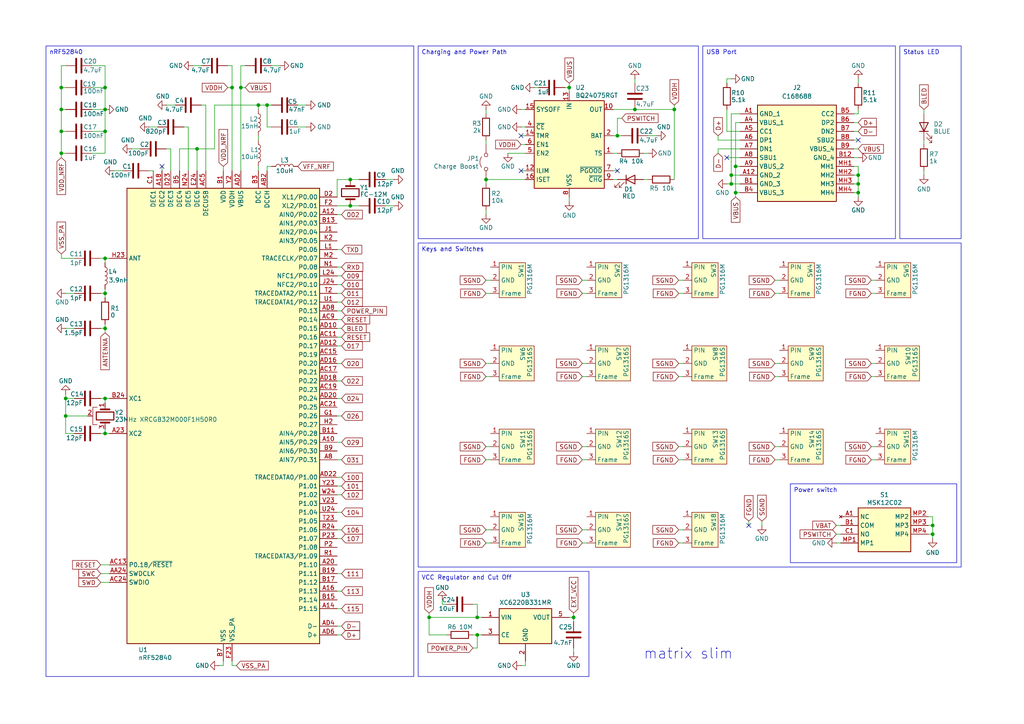
<source format=kicad_sch>
(kicad_sch (version 20231120) (generator "eeschema") (generator_version "8.0")
  (paper "A4")
  (junction (at 30.48 85.09))
  (junction (at 184.15 31.75))
  (junction (at 213.36 55.88))
  (junction (at 30.48 31.75))
  (junction (at 19.05 115.57))
  (junction (at 195.58 31.75))
  (junction (at 212.09 53.34))
  (junction (at 270.51 154.94))
  (junction (at 30.48 115.57))
  (junction (at 270.51 152.4))
  (junction (at 67.31 25.4))
  (junction (at 248.92 55.88))
  (junction (at 166.37 179.07))
  (junction (at 140.97 52.07))
  (junction (at 212.09 50.8))
  (junction (at 69.85 25.4))
  (junction (at 30.48 38.1))
  (junction (at 101.6 52.07))
  (junction (at 30.48 74.93))
  (junction (at 74.93 30.48))
  (junction (at 213.36 48.26))
  (junction (at 124.46 179.07))
  (junction (at 57.15 43.18))
  (junction (at 19.05 120.65))
  (junction (at 138.43 179.07))
  (junction (at 17.78 38.1))
  (junction (at 179.07 39.37))
  (junction (at 17.78 31.75))
  (junction (at 17.78 25.4))
  (junction (at 138.43 184.15))
  (junction (at 101.6 59.69))
  (junction (at 30.48 95.25))
  (junction (at 77.47 30.48))
  (junction (at 248.92 50.8))
  (junction (at 30.48 25.4))
  (junction (at 165.1 25.4))
  (junction (at 30.48 125.73))
  (junction (at 248.92 53.34))
  (junction (at 17.78 44.45))
  (no_connect (at 217.17 152.4))
  (no_connect (at 151.13 49.53))
  (no_connect (at 179.07 49.53))
  (no_connect (at 210.82 45.72))
  (no_connect (at 151.13 39.37))
  (no_connect (at 46.99 48.26))
  (no_connect (at 248.92 40.64))
  (wire (pts (xy 166.37 187.96) (xy 166.37 189.23)))
  (wire (pts (xy 29.21 115.57) (xy 30.48 115.57)))
  (wire (pts (xy 184.15 31.75) (xy 195.58 31.75)))
  (wire (pts (xy 78.74 30.48) (xy 77.47 30.48)))
  (wire (pts (xy 99.06 153.67) (xy 97.79 153.67)))
  (wire (pts (xy 30.48 38.1) (xy 30.48 44.45)))
  (wire (pts (xy 19.05 38.1) (xy 17.78 38.1)))
  (wire (pts (xy 49.53 43.18) (xy 49.53 49.53)))
  (wire (pts (xy 267.97 49.53) (xy 267.97 50.8)))
  (wire (pts (xy 30.48 115.57) (xy 31.75 115.57)))
  (wire (pts (xy 166.37 179.07) (xy 166.37 180.34)))
  (wire (pts (xy 179.07 34.29) (xy 179.07 39.37)))
  (wire (pts (xy 138.43 175.26) (xy 138.43 179.07)))
  (wire (pts (xy 68.58 193.04) (xy 67.31 193.04)))
  (wire (pts (xy 62.23 30.48) (xy 74.93 30.48)))
  (wire (pts (xy 78.74 48.26) (xy 77.47 48.26)))
  (wire (pts (xy 140.97 31.75) (xy 140.97 33.02)))
  (wire (pts (xy 26.67 31.75) (xy 30.48 31.75)))
  (wire (pts (xy 198.12 81.28) (xy 196.85 81.28)))
  (wire (pts (xy 187.96 39.37) (xy 190.5 39.37)))
  (wire (pts (xy 57.15 43.18) (xy 62.23 43.18)))
  (wire (pts (xy 17.78 19.05) (xy 17.78 25.4)))
  (wire (pts (xy 208.28 39.37) (xy 208.28 40.64)))
  (wire (pts (xy 78.74 36.83) (xy 77.47 36.83)))
  (wire (pts (xy 242.57 152.4) (xy 243.84 152.4)))
  (wire (pts (xy 247.65 38.1) (xy 248.92 38.1)))
  (wire (pts (xy 101.6 59.69) (xy 104.14 59.69)))
  (wire (pts (xy 217.17 151.13) (xy 217.17 152.4)))
  (wire (pts (xy 179.07 39.37) (xy 180.34 39.37)))
  (wire (pts (xy 29.21 163.83) (xy 31.75 163.83)))
  (wire (pts (xy 99.06 100.33) (xy 97.79 100.33)))
  (wire (pts (xy 248.92 22.86) (xy 248.92 24.13)))
  (wire (pts (xy 64.77 193.04) (xy 63.5 193.04)))
  (wire (pts (xy 88.9 36.83) (xy 86.36 36.83)))
  (wire (pts (xy 270.51 149.86) (xy 270.51 152.4)))
  (wire (pts (xy 19.05 95.25) (xy 21.59 95.25)))
  (wire (pts (xy 29.21 95.25) (xy 30.48 95.25)))
  (wire (pts (xy 267.97 31.75) (xy 267.97 33.02)))
  (wire (pts (xy 30.48 31.75) (xy 30.48 38.1)))
  (wire (pts (xy 69.85 25.4) (xy 69.85 49.53)))
  (wire (pts (xy 99.06 133.35) (xy 97.79 133.35)))
  (wire (pts (xy 129.54 175.26) (xy 128.27 175.26)))
  (wire (pts (xy 99.06 138.43) (xy 97.79 138.43)))
  (wire (pts (xy 186.69 44.45) (xy 187.96 44.45)))
  (wire (pts (xy 213.36 55.88) (xy 214.63 55.88)))
  (wire (pts (xy 142.24 129.54) (xy 140.97 129.54)))
  (wire (pts (xy 19.05 31.75) (xy 17.78 31.75)))
  (wire (pts (xy 213.36 48.26) (xy 213.36 55.88)))
  (wire (pts (xy 48.26 30.48) (xy 50.8 30.48)))
  (wire (pts (xy 165.1 25.4) (xy 165.1 26.67)))
  (wire (pts (xy 212.09 50.8) (xy 214.63 50.8)))
  (wire (pts (xy 97.79 52.07) (xy 101.6 52.07)))
  (wire (pts (xy 151.13 49.53) (xy 152.4 49.53)))
  (wire (pts (xy 99.06 77.47) (xy 97.79 77.47)))
  (wire (pts (xy 67.31 19.05) (xy 67.31 25.4)))
  (wire (pts (xy 247.65 55.88) (xy 248.92 55.88)))
  (wire (pts (xy 59.69 30.48) (xy 58.42 30.48)))
  (wire (pts (xy 30.48 125.73) (xy 31.75 125.73)))
  (wire (pts (xy 170.18 85.09) (xy 168.91 85.09)))
  (wire (pts (xy 99.06 181.61) (xy 97.79 181.61)))
  (wire (pts (xy 19.05 125.73) (xy 21.59 125.73)))
  (wire (pts (xy 269.24 149.86) (xy 270.51 149.86)))
  (wire (pts (xy 152.4 193.04) (xy 152.4 191.77)))
  (wire (pts (xy 177.8 49.53) (xy 179.07 49.53)))
  (wire (pts (xy 142.24 81.28) (xy 140.97 81.28)))
  (wire (pts (xy 210.82 31.75) (xy 210.82 38.1)))
  (wire (pts (xy 186.69 52.07) (xy 187.96 52.07)))
  (wire (pts (xy 99.06 62.23) (xy 97.79 62.23)))
  (wire (pts (xy 198.12 153.67) (xy 196.85 153.67)))
  (wire (pts (xy 99.06 97.79) (xy 97.79 97.79)))
  (wire (pts (xy 170.18 153.67) (xy 168.91 153.67)))
  (wire (pts (xy 226.06 109.22) (xy 224.79 109.22)))
  (wire (pts (xy 165.1 179.07) (xy 166.37 179.07)))
  (wire (pts (xy 170.18 133.35) (xy 168.91 133.35)))
  (wire (pts (xy 30.48 95.25) (xy 30.48 93.98)))
  (wire (pts (xy 142.24 133.35) (xy 140.97 133.35)))
  (wire (pts (xy 248.92 33.02) (xy 247.65 33.02)))
  (wire (pts (xy 30.48 44.45) (xy 26.67 44.45)))
  (wire (pts (xy 248.92 48.26) (xy 248.92 50.8)))
  (wire (pts (xy 30.48 95.25) (xy 30.48 96.52)))
  (wire (pts (xy 138.43 179.07) (xy 139.7 179.07)))
  (wire (pts (xy 147.32 44.45) (xy 152.4 44.45)))
  (wire (pts (xy 151.13 36.83) (xy 152.4 36.83)))
  (wire (pts (xy 77.47 48.26) (xy 77.47 49.53)))
  (wire (pts (xy 142.24 157.48) (xy 140.97 157.48)))
  (wire (pts (xy 170.18 105.41) (xy 168.91 105.41)))
  (wire (pts (xy 165.1 24.13) (xy 165.1 25.4)))
  (wire (pts (xy 67.31 193.04) (xy 67.31 191.77)))
  (wire (pts (xy 198.12 133.35) (xy 196.85 133.35)))
  (wire (pts (xy 210.82 38.1) (xy 214.63 38.1)))
  (wire (pts (xy 195.58 30.48) (xy 195.58 31.75)))
  (wire (pts (xy 208.28 43.18) (xy 214.63 43.18)))
  (wire (pts (xy 19.05 44.45) (xy 17.78 44.45)))
  (wire (pts (xy 64.77 48.26) (xy 64.77 49.53)))
  (wire (pts (xy 59.69 30.48) (xy 59.69 49.53)))
  (wire (pts (xy 254 133.35) (xy 252.73 133.35)))
  (wire (pts (xy 177.8 39.37) (xy 179.07 39.37)))
  (wire (pts (xy 62.23 30.48) (xy 62.23 43.18)))
  (wire (pts (xy 30.48 83.82) (xy 30.48 85.09)))
  (wire (pts (xy 66.04 25.4) (xy 67.31 25.4)))
  (wire (pts (xy 166.37 177.8) (xy 166.37 179.07)))
  (wire (pts (xy 99.06 176.53) (xy 97.79 176.53)))
  (wire (pts (xy 165.1 58.42) (xy 165.1 57.15)))
  (wire (pts (xy 213.36 48.26) (xy 214.63 48.26)))
  (wire (pts (xy 212.09 53.34) (xy 214.63 53.34)))
  (wire (pts (xy 138.43 184.15) (xy 139.7 184.15)))
  (wire (pts (xy 19.05 115.57) (xy 19.05 120.65)))
  (wire (pts (xy 214.63 33.02) (xy 212.09 33.02)))
  (wire (pts (xy 124.46 177.8) (xy 124.46 179.07)))
  (wire (pts (xy 33.02 49.53) (xy 35.56 49.53)))
  (wire (pts (xy 77.47 36.83) (xy 77.47 30.48)))
  (wire (pts (xy 74.93 30.48) (xy 77.47 30.48)))
  (wire (pts (xy 29.21 125.73) (xy 30.48 125.73)))
  (wire (pts (xy 43.18 36.83) (xy 45.72 36.83)))
  (wire (pts (xy 30.48 74.93) (xy 31.75 74.93)))
  (wire (pts (xy 212.09 33.02) (xy 212.09 50.8)))
  (wire (pts (xy 19.05 115.57) (xy 21.59 115.57)))
  (wire (pts (xy 184.15 22.86) (xy 184.15 24.13)))
  (wire (pts (xy 19.05 120.65) (xy 25.4 120.65)))
  (wire (pts (xy 19.05 120.65) (xy 19.05 125.73)))
  (wire (pts (xy 19.05 85.09) (xy 21.59 85.09)))
  (wire (pts (xy 242.57 154.94) (xy 243.84 154.94)))
  (wire (pts (xy 213.36 35.56) (xy 213.36 48.26)))
  (wire (pts (xy 269.24 152.4) (xy 270.51 152.4)))
  (wire (pts (xy 137.16 187.96) (xy 138.43 187.96)))
  (wire (pts (xy 177.8 31.75) (xy 184.15 31.75)))
  (wire (pts (xy 128.27 175.26) (xy 128.27 173.99)))
  (wire (pts (xy 208.28 40.64) (xy 214.63 40.64)))
  (wire (pts (xy 81.28 19.05) (xy 78.74 19.05)))
  (wire (pts (xy 54.61 36.83) (xy 53.34 36.83)))
  (wire (pts (xy 142.24 153.67) (xy 140.97 153.67)))
  (wire (pts (xy 69.85 19.05) (xy 71.12 19.05)))
  (wire (pts (xy 247.65 45.72) (xy 248.92 45.72)))
  (wire (pts (xy 270.51 152.4) (xy 270.51 154.94)))
  (wire (pts (xy 99.06 95.25) (xy 97.79 95.25)))
  (wire (pts (xy 19.05 19.05) (xy 17.78 19.05)))
  (wire (pts (xy 254 105.41) (xy 252.73 105.41)))
  (wire (pts (xy 71.12 25.4) (xy 69.85 25.4)))
  (wire (pts (xy 270.51 154.94) (xy 269.24 154.94)))
  (wire (pts (xy 17.78 25.4) (xy 17.78 31.75)))
  (wire (pts (xy 99.06 143.51) (xy 97.79 143.51)))
  (wire (pts (xy 74.93 48.26) (xy 74.93 49.53)))
  (wire (pts (xy 140.97 52.07) (xy 152.4 52.07)))
  (wire (pts (xy 198.12 109.22) (xy 196.85 109.22)))
  (wire (pts (xy 210.82 45.72) (xy 214.63 45.72)))
  (wire (pts (xy 154.94 25.4) (xy 156.21 25.4)))
  (wire (pts (xy 26.67 38.1) (xy 30.48 38.1)))
  (wire (pts (xy 99.06 82.55) (xy 97.79 82.55)))
  (wire (pts (xy 137.16 184.15) (xy 138.43 184.15)))
  (wire (pts (xy 247.65 43.18) (xy 248.92 43.18)))
  (wire (pts (xy 226.06 85.09) (xy 224.79 85.09)))
  (wire (pts (xy 97.79 57.15) (xy 97.79 52.07)))
  (wire (pts (xy 19.05 114.3) (xy 19.05 115.57)))
  (wire (pts (xy 210.82 53.34) (xy 212.09 53.34)))
  (wire (pts (xy 43.18 49.53) (xy 44.45 49.53)))
  (wire (pts (xy 30.48 19.05) (xy 30.48 25.4)))
  (wire (pts (xy 17.78 38.1) (xy 17.78 44.45)))
  (wire (pts (xy 140.97 53.34) (xy 140.97 52.07)))
  (wire (pts (xy 198.12 105.41) (xy 196.85 105.41)))
  (wire (pts (xy 247.65 35.56) (xy 248.92 35.56)))
  (wire (pts (xy 30.48 124.46) (xy 30.48 125.73)))
  (wire (pts (xy 30.48 115.57) (xy 30.48 116.84)))
  (wire (pts (xy 170.18 129.54) (xy 168.91 129.54)))
  (wire (pts (xy 19.05 25.4) (xy 17.78 25.4)))
  (wire (pts (xy 213.36 57.15) (xy 213.36 55.88)))
  (wire (pts (xy 226.06 129.54) (xy 224.79 129.54)))
  (wire (pts (xy 99.06 90.17) (xy 97.79 90.17)))
  (wire (pts (xy 254 109.22) (xy 252.73 109.22)))
  (wire (pts (xy 210.82 22.86) (xy 212.09 22.86)))
  (wire (pts (xy 254 85.09) (xy 252.73 85.09)))
  (wire (pts (xy 67.31 25.4) (xy 67.31 49.53)))
  (wire (pts (xy 69.85 19.05) (xy 69.85 25.4)))
  (wire (pts (xy 17.78 73.66) (xy 17.78 74.93)))
  (wire (pts (xy 177.8 52.07) (xy 179.07 52.07)))
  (wire (pts (xy 254 129.54) (xy 252.73 129.54)))
  (wire (pts (xy 30.48 76.2) (xy 30.48 74.93)))
  (wire (pts (xy 226.06 81.28) (xy 224.79 81.28)))
  (wire (pts (xy 97.79 59.69) (xy 101.6 59.69)))
  (wire (pts (xy 247.65 48.26) (xy 248.92 48.26)))
  (wire (pts (xy 212.09 50.8) (xy 212.09 53.34)))
  (wire (pts (xy 99.06 115.57) (xy 97.79 115.57)))
  (wire (pts (xy 54.61 36.83) (xy 54.61 49.53)))
  (wire (pts (xy 99.06 140.97) (xy 97.79 140.97)))
  (wire (pts (xy 30.48 25.4) (xy 30.48 31.75)))
  (wire (pts (xy 67.31 19.05) (xy 66.04 19.05)))
  (wire (pts (xy 64.77 191.77) (xy 64.77 193.04)))
  (wire (pts (xy 88.9 30.48) (xy 86.36 30.48)))
  (wire (pts (xy 180.34 34.29) (xy 179.07 34.29)))
  (wire (pts (xy 140.97 40.64) (xy 140.97 41.91)))
  (wire (pts (xy 138.43 175.26) (xy 137.16 175.26)))
  (wire (pts (xy 248.92 53.34) (xy 248.92 55.88)))
  (wire (pts (xy 99.06 128.27) (xy 97.79 128.27)))
  (wire (pts (xy 99.06 171.45) (xy 97.79 171.45)))
  (wire (pts (xy 99.06 72.39) (xy 97.79 72.39)))
  (wire (pts (xy 142.24 109.22) (xy 140.97 109.22)))
  (wire (pts (xy 198.12 129.54) (xy 196.85 129.54)))
  (wire (pts (xy 247.65 53.34) (xy 248.92 53.34)))
  (wire (pts (xy 29.21 168.91) (xy 31.75 168.91)))
  (wire (pts (xy 248.92 31.75) (xy 248.92 33.02)))
  (wire (pts (xy 57.15 43.18) (xy 57.15 49.53)))
  (wire (pts (xy 140.97 60.96) (xy 140.97 62.23)))
  (wire (pts (xy 74.93 39.37) (xy 74.93 40.64)))
  (wire (pts (xy 30.48 85.09) (xy 30.48 86.36)))
  (wire (pts (xy 124.46 184.15) (xy 124.46 179.07)))
  (wire (pts (xy 210.82 22.86) (xy 210.82 24.13)))
  (wire (pts (xy 151.13 31.75) (xy 152.4 31.75)))
  (wire (pts (xy 99.06 80.01) (xy 97.79 80.01)))
  (wire (pts (xy 17.78 74.93) (xy 21.59 74.93)))
  (wire (pts (xy 99.06 120.65) (xy 97.79 120.65)))
  (wire (pts (xy 114.3 52.07) (xy 111.76 52.07)))
  (wire (pts (xy 99.06 148.59) (xy 97.79 148.59)))
  (wire (pts (xy 99.06 85.09) (xy 97.79 85.09)))
  (wire (pts (xy 99.06 87.63) (xy 97.79 87.63)))
  (wire (pts (xy 151.13 41.91) (xy 152.4 41.91)))
  (wire (pts (xy 138.43 187.96) (xy 138.43 184.15)))
  (wire (pts (xy 49.53 43.18) (xy 48.26 43.18)))
  (wire (pts (xy 195.58 31.75) (xy 195.58 52.07)))
  (wire (pts (xy 142.24 105.41) (xy 140.97 105.41)))
  (wire (pts (xy 198.12 85.09) (xy 196.85 85.09)))
  (wire (pts (xy 52.07 43.18) (xy 57.15 43.18)))
  (wire (pts (xy 226.06 105.41) (xy 224.79 105.41)))
  (wire (pts (xy 170.18 109.22) (xy 168.91 109.22)))
  (wire (pts (xy 29.21 85.09) (xy 30.48 85.09)))
  (wire (pts (xy 254 81.28) (xy 252.73 81.28)))
  (wire (pts (xy 99.06 110.49) (xy 97.79 110.49)))
  (wire (pts (xy 242.57 157.48) (xy 243.84 157.48)))
  (wire (pts (xy 198.12 157.48) (xy 196.85 157.48)))
  (wire (pts (xy 74.93 30.48) (xy 74.93 31.75)))
  (wire (pts (xy 248.92 57.15) (xy 248.92 55.88)))
  (wire (pts (xy 267.97 40.64) (xy 267.97 41.91)))
  (wire (pts (xy 248.92 50.8) (xy 248.92 53.34)))
  (wire (pts (xy 247.65 40.64) (xy 248.92 40.64)))
  (wire (pts (xy 170.18 81.28) (xy 168.91 81.28)))
  (wire (pts (xy 152.4 193.04) (xy 151.13 193.04)))
  (wire (pts (xy 208.28 44.45) (xy 208.28 43.18)))
  (wire (pts (xy 114.3 59.69) (xy 111.76 59.69)))
  (wire (pts (xy 46.99 48.26) (xy 46.99 49.53)))
  (wire (pts (xy 99.06 184.15) (xy 97.79 184.15)))
  (wire (pts (xy 214.63 35.56) (xy 213.36 35.56)))
  (wire (pts (xy 17.78 44.45) (xy 17.78 45.72)))
  (wire (pts (xy 38.1 43.18) (xy 40.64 43.18)))
  (wire (pts (xy 270.51 154.94) (xy 270.51 156.21)))
  (wire (pts (xy 55.88 19.05) (xy 58.42 19.05)))
  (wire (pts (xy 220.98 151.13) (xy 220.98 152.4)))
  (wire (pts (xy 177.8 44.45) (xy 179.07 44.45)))
  (wire (pts (xy 99.06 92.71) (xy 97.79 92.71)))
  (wire (pts (xy 29.21 74.93) (xy 30.48 74.93)))
  (wire (pts (xy 247.65 50.8) (xy 248.92 50.8)))
  (wire (pts (xy 129.54 184.15) (xy 124.46 184.15)))
  (wire (pts (xy 99.06 166.37) (xy 97.79 166.37)))
  (wire (pts (xy 151.13 39.37) (xy 152.4 39.37)))
  (wire (pts (xy 142.24 85.09) (xy 140.97 85.09)))
  (wire (pts (xy 26.67 25.4) (xy 30.48 25.4)))
  (wire (pts (xy 124.46 179.07) (xy 138.43 179.07)))
  (wire (pts (xy 104.14 52.07) (xy 101.6 52.07)))
  (wire (pts (xy 29.21 166.37) (xy 31.75 166.37)))
  (wire (pts (xy 30.48 19.05) (xy 26.67 19.05)))
  (wire (pts (xy 170.18 157.48) (xy 168.91 157.48)))
  (wire (pts (xy 226.06 133.35) (xy 224.79 133.35)))
  (wire (pts (xy 52.07 43.18) (xy 52.07 49.53)))
  (wire (pts (xy 99.06 105.41) (xy 97.79 105.41)))
  (wire (pts (xy 163.83 25.4) (xy 165.1 25.4)))
  (wire (pts (xy 17.78 31.75) (xy 17.78 38.1)))
  (wire (pts (xy 99.06 156.21) (xy 97.79 156.21)))
  (text_box "Power switch" (at 229.235 140.335 0) (size 48.26 22.86) (effects (font (size 1.27 1.27)) (justify left top)))
  (text_box "VCC Regulator and Cut Off" (at 121.285 165.735 0) (size 49.53 30.48) (effects (font (size 1.27 1.27)) (justify left top)))
  (text_box "Status LED" (at 260.985 13.335 0) (size 17.78 55.88) (effects (font (size 1.27 1.27)) (justify left top)))
  (text_box "nRF52840" (at 13.335 13.335 0) (size 106.68 182.88) (effects (font (size 1.27 1.27)) (justify left top)))
  (text_box "Charging and Power Path" (at 121.285 13.335 0) (size 81.28 55.88) (effects (font (size 1.27 1.27)) (justify left top)))
  (text_box "Keys and Switches" (at 121.285 70.485 0) (size 157.48 93.98) (effects (font (size 1.27 1.27)) (justify left top)))
  (text_box "USB Port" (at 203.835 13.335 0) (size 55.88 55.88) (effects (font (size 1.27 1.27)) (justify left top)))
  (text "matrix slim" (at 199.644 189.738 0) (effects (font (size 3 3))))
  (global_label "106" (shape input) (at 99.06 153.67 0) (property "Intersheetrefs" "${INTERSHEET_REFS}" (effects (hide yes))))
  (global_label "FGND" (shape input) (at 168.91 109.22 180) (property "Intersheetrefs" "${INTERSHEET_REFS}" (effects (hide yes))))
  (global_label "SGND" (shape input) (at 140.97 81.28 180) (property "Intersheetrefs" "${INTERSHEET_REFS}" (effects (hide yes))))
  (global_label "ANTENNA" (shape input) (at 30.48 96.52 270) (property "Intersheetrefs" "${INTERSHEET_REFS}" (effects (hide yes))))
  (global_label "RESET" (shape input) (at 99.06 97.79 0) (property "Intersheetrefs" "${INTERSHEET_REFS}" (effects (hide yes))))
  (global_label "VBUS" (shape input) (at 71.12 25.4 0) (property "Intersheetrefs" "${INTERSHEET_REFS}" (effects (hide yes))))
  (global_label "SGND" (shape input) (at 224.79 129.54 180) (property "Intersheetrefs" "${INTERSHEET_REFS}" (effects (hide yes))))
  (global_label "SGND" (shape input) (at 140.97 105.41 180) (property "Intersheetrefs" "${INTERSHEET_REFS}" (effects (hide yes))))
  (global_label "029" (shape input) (at 99.06 128.27 0) (property "Intersheetrefs" "${INTERSHEET_REFS}" (effects (hide yes))))
  (global_label "022" (shape input) (at 99.06 110.49 0) (property "Intersheetrefs" "${INTERSHEET_REFS}" (effects (hide yes))))
  (global_label "FGND" (shape input) (at 224.79 133.35 180) (property "Intersheetrefs" "${INTERSHEET_REFS}" (effects (hide yes))))
  (global_label "102" (shape input) (at 99.06 143.51 0) (property "Intersheetrefs" "${INTERSHEET_REFS}" (effects (hide yes))))
  (global_label "SGND" (shape input) (at 168.91 153.67 180) (property "Intersheetrefs" "${INTERSHEET_REFS}" (effects (hide yes))))
  (global_label "VBUS" (shape input) (at 248.92 43.18 0) (property "Intersheetrefs" "${INTERSHEET_REFS}" (effects (hide yes))))
  (global_label "100" (shape input) (at 99.06 138.43 0) (property "Intersheetrefs" "${INTERSHEET_REFS}" (effects (hide yes))))
  (global_label "017" (shape input) (at 99.06 100.33 0) (property "Intersheetrefs" "${INTERSHEET_REFS}" (effects (hide yes))))
  (global_label "101" (shape input) (at 99.06 140.97 0) (property "Intersheetrefs" "${INTERSHEET_REFS}" (effects (hide yes))))
  (global_label "BLED" (shape input) (at 99.06 95.25 0) (property "Intersheetrefs" "${INTERSHEET_REFS}" (effects (hide yes))))
  (global_label "VDD_NRF" (shape input) (at 64.77 48.26 90) (property "Intersheetrefs" "${INTERSHEET_REFS}" (effects (hide yes))))
  (global_label "SGND" (shape input) (at 196.85 153.67 180) (property "Intersheetrefs" "${INTERSHEET_REFS}" (effects (hide yes))))
  (global_label "SGND" (shape input) (at 140.97 129.54 180) (property "Intersheetrefs" "${INTERSHEET_REFS}" (effects (hide yes))))
  (global_label "VDDH" (shape input) (at 66.04 25.4 180) (property "Intersheetrefs" "${INTERSHEET_REFS}" (effects (hide yes))))
  (global_label "FGND" (shape input) (at 168.91 157.48 180) (property "Intersheetrefs" "${INTERSHEET_REFS}" (effects (hide yes))))
  (global_label "VDD_NRF" (shape input) (at 17.78 45.72 270) (property "Intersheetrefs" "${INTERSHEET_REFS}" (effects (hide yes))))
  (global_label "SGND" (shape input) (at 196.85 105.41 180) (property "Intersheetrefs" "${INTERSHEET_REFS}" (effects (hide yes))))
  (global_label "RXD" (shape input) (at 99.06 77.47 0) (property "Intersheetrefs" "${INTERSHEET_REFS}" (effects (hide yes))))
  (global_label "RESET" (shape input) (at 99.06 92.71 0) (property "Intersheetrefs" "${INTERSHEET_REFS}" (effects (hide yes))))
  (global_label "VDDH" (shape input) (at 151.13 41.91 180) (property "Intersheetrefs" "${INTERSHEET_REFS}" (effects (hide yes))))
  (global_label "D-" (shape input) (at 248.92 38.1 0) (property "Intersheetrefs" "${INTERSHEET_REFS}" (effects (hide yes))))
  (global_label "VFF_NRF" (shape input) (at 86.36 48.26 0) (property "Intersheetrefs" "${INTERSHEET_REFS}" (effects (hide yes))))
  (global_label "FGND" (shape input) (at 196.85 157.48 180) (property "Intersheetrefs" "${INTERSHEET_REFS}" (effects (hide yes))))
  (global_label "SWD" (shape input) (at 29.21 168.91 180) (property "Intersheetrefs" "${INTERSHEET_REFS}" (effects (hide yes))))
  (global_label "D-" (shape input) (at 208.28 44.45 270) (property "Intersheetrefs" "${INTERSHEET_REFS}" (effects (hide yes))))
  (global_label "PSWITCH" (shape input) (at 180.34 34.29 0) (property "Intersheetrefs" "${INTERSHEET_REFS}" (effects (hide yes))))
  (global_label "FGND" (shape input) (at 252.73 109.22 180) (property "Intersheetrefs" "${INTERSHEET_REFS}" (effects (hide yes))))
  (global_label "011" (shape input) (at 99.06 85.09 0) (property "Intersheetrefs" "${INTERSHEET_REFS}" (effects (hide yes))))
  (global_label "FGND" (shape input) (at 224.79 85.09 180) (property "Intersheetrefs" "${INTERSHEET_REFS}" (effects (hide yes))))
  (global_label "FGND" (shape input) (at 196.85 133.35 180) (property "Intersheetrefs" "${INTERSHEET_REFS}" (effects (hide yes))))
  (global_label "FGND" (shape input) (at 140.97 157.48 180) (property "Intersheetrefs" "${INTERSHEET_REFS}" (effects (hide yes))))
  (global_label "VDDH" (shape input) (at 195.58 30.48 90) (property "Intersheetrefs" "${INTERSHEET_REFS}" (effects (hide yes))))
  (global_label "FGND" (shape input) (at 252.73 133.35 180) (property "Intersheetrefs" "${INTERSHEET_REFS}" (effects (hide yes))))
  (global_label "PSWITCH" (shape input) (at 242.57 154.94 180) (property "Intersheetrefs" "${INTERSHEET_REFS}" (effects (hide yes))))
  (global_label "SWC" (shape input) (at 29.21 166.37 180) (property "Intersheetrefs" "${INTERSHEET_REFS}" (effects (hide yes))))
  (global_label "FGND" (shape input) (at 196.85 85.09 180) (property "Intersheetrefs" "${INTERSHEET_REFS}" (effects (hide yes))))
  (global_label "FGND" (shape input) (at 168.91 85.09 180) (property "Intersheetrefs" "${INTERSHEET_REFS}" (effects (hide yes))))
  (global_label "EXT_VCC" (shape input) (at 166.37 177.8 90) (property "Intersheetrefs" "${INTERSHEET_REFS}" (effects (hide yes))))
  (global_label "010" (shape input) (at 99.06 82.55 0) (property "Intersheetrefs" "${INTERSHEET_REFS}" (effects (hide yes))))
  (global_label "VDDH" (shape input) (at 124.46 177.8 90) (property "Intersheetrefs" "${INTERSHEET_REFS}" (effects (hide yes))))
  (global_label "SGND" (shape input) (at 224.79 81.28 180) (property "Intersheetrefs" "${INTERSHEET_REFS}" (effects (hide yes))))
  (global_label "113" (shape input) (at 99.06 171.45 0) (property "Intersheetrefs" "${INTERSHEET_REFS}" (effects (hide yes))))
  (global_label "024" (shape input) (at 99.06 115.57 0) (property "Intersheetrefs" "${INTERSHEET_REFS}" (effects (hide yes))))
  (global_label "POWER_PIN" (shape input) (at 99.06 90.17 0) (property "Intersheetrefs" "${INTERSHEET_REFS}" (effects (hide yes))))
  (global_label "107" (shape input) (at 99.06 156.21 0) (property "Intersheetrefs" "${INTERSHEET_REFS}" (effects (hide yes))))
  (global_label "D-" (shape input) (at 99.06 181.61 0) (property "Intersheetrefs" "${INTERSHEET_REFS}" (effects (hide yes))))
  (global_label "009" (shape input) (at 99.06 80.01 0) (property "Intersheetrefs" "${INTERSHEET_REFS}" (effects (hide yes))))
  (global_label "D+" (shape input) (at 208.28 39.37 90) (property "Intersheetrefs" "${INTERSHEET_REFS}" (effects (hide yes))))
  (global_label "104" (shape input) (at 99.06 148.59 0) (property "Intersheetrefs" "${INTERSHEET_REFS}" (effects (hide yes))))
  (global_label "SGND" (shape input) (at 220.98 151.13 90) (property "Intersheetrefs" "${INTERSHEET_REFS}" (effects (hide yes))))
  (global_label "SGND" (shape input) (at 224.79 105.41 180) (property "Intersheetrefs" "${INTERSHEET_REFS}" (effects (hide yes))))
  (global_label "POWER_PIN" (shape input) (at 137.16 187.96 180) (property "Intersheetrefs" "${INTERSHEET_REFS}" (effects (hide yes))))
  (global_label "D+" (shape input) (at 99.06 184.15 0) (property "Intersheetrefs" "${INTERSHEET_REFS}" (effects (hide yes))))
  (global_label "SGND" (shape input) (at 168.91 105.41 180) (property "Intersheetrefs" "${INTERSHEET_REFS}" (effects (hide yes))))
  (global_label "FGND" (shape input) (at 140.97 85.09 180) (property "Intersheetrefs" "${INTERSHEET_REFS}" (effects (hide yes))))
  (global_label "002" (shape input) (at 99.06 62.23 0) (property "Intersheetrefs" "${INTERSHEET_REFS}" (effects (hide yes))))
  (global_label "VBUS" (shape input) (at 165.1 24.13 90) (property "Intersheetrefs" "${INTERSHEET_REFS}" (effects (hide yes))))
  (global_label "RESET" (shape input) (at 29.21 163.83 180) (property "Intersheetrefs" "${INTERSHEET_REFS}" (effects (hide yes))))
  (global_label "026" (shape input) (at 99.06 120.65 0) (property "Intersheetrefs" "${INTERSHEET_REFS}" (effects (hide yes))))
  (global_label "BLED" (shape input) (at 267.97 31.75 90) (property "Intersheetrefs" "${INTERSHEET_REFS}" (effects (hide yes))))
  (global_label "FGND" (shape input) (at 168.91 133.35 180) (property "Intersheetrefs" "${INTERSHEET_REFS}" (effects (hide yes))))
  (global_label "FGND" (shape input) (at 217.17 151.13 90) (property "Intersheetrefs" "${INTERSHEET_REFS}" (effects (hide yes))))
  (global_label "VSS_PA" (shape input) (at 68.58 193.04 0) (property "Intersheetrefs" "${INTERSHEET_REFS}" (effects (hide yes))))
  (global_label "031" (shape input) (at 99.06 133.35 0) (property "Intersheetrefs" "${INTERSHEET_REFS}" (effects (hide yes))))
  (global_label "SGND" (shape input) (at 196.85 81.28 180) (property "Intersheetrefs" "${INTERSHEET_REFS}" (effects (hide yes))))
  (global_label "VBAT" (shape input) (at 242.57 152.4 180) (property "Intersheetrefs" "${INTERSHEET_REFS}" (effects (hide yes))))
  (global_label "012" (shape input) (at 99.06 87.63 0) (property "Intersheetrefs" "${INTERSHEET_REFS}" (effects (hide yes))))
  (global_label "SGND" (shape input) (at 252.73 105.41 180) (property "Intersheetrefs" "${INTERSHEET_REFS}" (effects (hide yes))))
  (global_label "VBUS" (shape input) (at 213.36 57.15 270) (property "Intersheetrefs" "${INTERSHEET_REFS}" (effects (hide yes))))
  (global_label "111" (shape input) (at 99.06 166.37 0) (property "Intersheetrefs" "${INTERSHEET_REFS}" (effects (hide yes))))
  (global_label "FGND" (shape input) (at 196.85 109.22 180) (property "Intersheetrefs" "${INTERSHEET_REFS}" (effects (hide yes))))
  (global_label "FGND" (shape input) (at 140.97 109.22 180) (property "Intersheetrefs" "${INTERSHEET_REFS}" (effects (hide yes))))
  (global_label "SGND" (shape input) (at 168.91 81.28 180) (property "Intersheetrefs" "${INTERSHEET_REFS}" (effects (hide yes))))
  (global_label "SGND" (shape input) (at 196.85 129.54 180) (property "Intersheetrefs" "${INTERSHEET_REFS}" (effects (hide yes))))
  (global_label "VSS_PA" (shape input) (at 17.78 73.66 90) (property "Intersheetrefs" "${INTERSHEET_REFS}" (effects (hide yes))))
  (global_label "SGND" (shape input) (at 252.73 129.54 180) (property "Intersheetrefs" "${INTERSHEET_REFS}" (effects (hide yes))))
  (global_label "FGND" (shape input) (at 252.73 85.09 180) (property "Intersheetrefs" "${INTERSHEET_REFS}" (effects (hide yes))))
  (global_label "SGND" (shape input) (at 168.91 129.54 180) (property "Intersheetrefs" "${INTERSHEET_REFS}" (effects (hide yes))))
  (global_label "SGND" (shape input) (at 252.73 81.28 180) (property "Intersheetrefs" "${INTERSHEET_REFS}" (effects (hide yes))))
  (global_label "115" (shape input) (at 99.06 176.53 0) (property "Intersheetrefs" "${INTERSHEET_REFS}" (effects (hide yes))))
  (global_label "SGND" (shape input) (at 140.97 153.67 180) (property "Intersheetrefs" "${INTERSHEET_REFS}" (effects (hide yes))))
  (global_label "FGND" (shape input) (at 224.79 109.22 180) (property "Intersheetrefs" "${INTERSHEET_REFS}" (effects (hide yes))))
  (global_label "020" (shape input) (at 99.06 105.41 0) (property "Intersheetrefs" "${INTERSHEET_REFS}" (effects (hide yes))))
  (global_label "FGND" (shape input) (at 140.97 133.35 180) (property "Intersheetrefs" "${INTERSHEET_REFS}" (effects (hide yes))))
  (global_label "TXD" (shape input) (at 99.06 72.39 0) (property "Intersheetrefs" "${INTERSHEET_REFS}" (effects (hide yes))))
  (global_label "D+" (shape input) (at 248.92 35.56 0) (property "Intersheetrefs" "${INTERSHEET_REFS}" (effects (hide yes))))
  (symbol (lib_id "Device:C") (at 25.4 95.25 90) (unit 1)
    (property "Reference" "C13" (at 22.098 93.98 90))
    (property "Value" "1.5pF" (at 21.336 96.52 90))
    (property "Footprint" "Capacitor_SMD:C_0201_0603Metric" (effects (hide yes)))
    (property "Description" "Unpolarized capacitor" (effects (hide yes)))
    (property "JLCPCB_Part_Number" "C21897" (effects (hide yes)))
    (property "Manufacturer" "Samsung Electro-Mechanics" (effects (hide yes)))
    (property "Manufacturer_Part_Number" "CL10C1R5BB8NNNC" (effects (hide yes)))
  )
  (symbol (lib_id "Device:C") (at 107.95 52.07 90) (unit 1)
    (property "Reference" "C9" (at 110.49 50.8 90))
    (property "Value" "12pF" (at 111.76 53.34 90))
    (property "Footprint" "Capacitor_SMD:C_0201_0603Metric" (effects (hide yes)))
    (property "Description" "Unpolarized capacitor" (effects (hide yes)))
    (property "JLCPCB_Part_Number" "C38523" (effects (hide yes)))
    (property "Manufacturer" "Samsung Electro-Mechanics" (effects (hide yes)))
    (property "Manufacturer_Part_Number" "CL10C120JB8NNNC" (effects (hide yes)))
  )
  (symbol (lib_id "Device:C") (at 22.86 31.75 90) (unit 1)
    (property "Reference" "C18" (at 26.162 30.48 90))
    (property "Value" "100nF" (at 27.178 33.02 90))
    (property "Footprint" "Capacitor_SMD:C_0201_0603Metric" (effects (hide yes)))
    (property "Description" "Unpolarized capacitor" (effects (hide yes)))
    (property "JLCPCB_Part_Number" "C1590" (effects (hide yes)))
    (property "Manufacturer" "Samsung Electro-Mechanics" (effects (hide yes)))
    (property "Manufacturer_Part_Number" "CL10B104KA8NNNC" (effects (hide yes)))
  )
  (symbol (lib_id "MyLib:PG1316S") (at 156.21 104.14 270) (unit 1)
    (property "Reference" "SW6" (at 151.638 100.584 0) (effects (justify left)))
    (property "Value" "PG1316S" (at 153.67 100.584 0) (effects (justify left)))
    (property "Footprint" "custom_footprints:CPG1316S01D02" (effects (hide yes)))
    (property "Description" "Manufacturer: CPG1316S01D02" (effects (hide yes)))
  )
  (symbol (lib_id "power:GND") (at 187.96 44.45 90) (unit 1)
    (property "Reference" "#PWR023" (effects (hide yes)))
    (property "Value" "GND" (at 190.754 44.45 90) (effects (justify right)))
    (property "Description" "Power symbol creates a global label with name \"GND\" , ground" (effects (hide yes)))
  )
  (symbol (lib_id "Jumper:Jumper_2_Open") (at 140.97 46.99 90) (unit 1) (exclude_from_sim yes)
    (property "Reference" "JP1" (at 135.382 45.974 90) (effects (justify right)))
    (property "Value" "Charge Boost" (at 125.73 48.26 90) (effects (justify right)))
    (property "Footprint" "Jumper:SolderJumper-2_P1.3mm_Bridged2Bar_Pad1.0x1.5mm" (effects (hide yes)))
    (property "Description" "Jumper, 2-pole, open" (effects (hide yes)))
  )
  (symbol (lib_id "power:GND") (at 63.5 193.04 270) (unit 1)
    (property "Reference" "#PWR011" (effects (hide yes)))
    (property "Value" "GND" (at 60.706 193.04 90) (effects (justify right)))
    (property "Description" "Power symbol creates a global label with name \"GND\" , ground" (effects (hide yes)))
  )
  (symbol (lib_id "Device:C") (at 82.55 30.48 90) (unit 1)
    (property "Reference" "C5" (at 84.836 29.464 90))
    (property "Value" "47nF" (at 86.106 31.75 90))
    (property "Footprint" "Capacitor_SMD:C_0201_0603Metric" (effects (hide yes)))
    (property "Description" "Unpolarized capacitor" (effects (hide yes)))
    (property "JLCPCB_Part_Number" "C1622" (effects (hide yes)))
    (property "Manufacturer" "Samsung Electro-Mechanics" (effects (hide yes)))
    (property "Manufacturer_Part_Number" "CL10B473KB8NNNC" (effects (hide yes)))
  )
  (symbol (lib_id "Device:L") (at 74.93 44.45 0) (unit 1)
    (property "Reference" "L1" (at 72.644 43.434 0) (effects (justify left)))
    (property "Value" "10uH" (at 69.85 45.466 0) (effects (justify left)))
    (property "Footprint" "Inductor_SMD:L_0201_0603Metric" (effects (hide yes)))
    (property "Description" "Inductor" (effects (hide yes)))
    (property "Manufacturer" "TDK" (effects (hide yes)))
    (property "Manufacturer_Part_Number" "MLZ1608N100LTD25" (effects (hide yes)))
    (property "JLCPCB_Part_Number" "C307750" (effects (hide yes)))
  )
  (symbol (lib_id "Device:C") (at 22.86 19.05 90) (unit 1)
    (property "Reference" "C20" (at 26.162 17.78 90))
    (property "Value" "4.7uF" (at 26.924 20.32 90))
    (property "Footprint" "Capacitor_SMD:C_0201_0603Metric" (effects (hide yes)))
    (property "Description" "Unpolarized capacitor" (effects (hide yes)))
    (property "Manufacturer" "Samsung Electro-Mechanics" (effects (hide yes)))
    (property "Manufacturer_Part_Number" "CL10A475KQ8NNNC" (effects (hide yes)))
    (property "JLCPCB_Part_Number" "C8032" (effects (hide yes)))
  )
  (symbol (lib_id "Device:C") (at 62.23 19.05 90) (unit 1)
    (property "Reference" "C7" (at 59.69 17.78 90))
    (property "Value" "4.7uF" (at 58.166 20.32 90))
    (property "Footprint" "Capacitor_SMD:C_0201_0603Metric" (effects (hide yes)))
    (property "Description" "Unpolarized capacitor" (effects (hide yes)))
    (property "JLCPCB_Part_Number" "C8032" (effects (hide yes)))
    (property "Manufacturer" "Samsung Electro-Mechanics" (effects (hide yes)))
    (property "Manufacturer_Part_Number" "CL10A475KQ8NNNC" (effects (hide yes)))
  )
  (symbol (lib_id "power:GND") (at 190.5 39.37 90) (unit 1)
    (property "Reference" "#PWR024" (effects (hide yes)))
    (property "Value" "GND" (at 190.5 36.83 90) (effects (justify right)))
    (property "Description" "Power symbol creates a global label with name \"GND\" , ground" (effects (hide yes)))
  )
  (symbol (lib_id "Device:R") (at 210.82 27.94 180) (unit 1)
    (property "Reference" "R10" (at 212.09 26.924 0) (effects (justify right)))
    (property "Value" "5.1k" (at 212.09 28.956 0) (effects (justify right)))
    (property "Footprint" "Resistor_SMD:R_0201_0603Metric" (effects (hide yes)))
    (property "Description" "Resistor" (effects (hide yes)))
    (property "JLCPCB_Part_Number" "C23186" (effects (hide yes)))
    (property "Manufacturer" "UNI-ROYAL(Uniroyal Elec)" (effects (hide yes)))
    (property "Manufacturer_Part_Number" "0603WAF5101T5E" (effects (hide yes)))
  )
  (symbol (lib_id "power:GND") (at 151.13 193.04 270) (unit 1)
    (property "Reference" "#PWR027" (effects (hide yes)))
    (property "Value" "GND" (at 146.304 193.04 90))
    (property "Description" "Power symbol creates a global label with name \"GND\" , ground" (effects (hide yes)))
  )
  (symbol (lib_id "power:GND") (at 151.13 36.83 270) (unit 1)
    (property "Reference" "#PWR019" (effects (hide yes)))
    (property "Value" "GND" (at 148.336 36.83 90) (effects (justify right)))
    (property "Description" "Power symbol creates a global label with name \"GND\" , ground" (effects (hide yes)))
  )
  (symbol (lib_id "Device:LED") (at 267.97 36.83 90) (unit 1)
    (property "Reference" "D2" (at 270.764 36.0046 90) (effects (justify right)))
    (property "Value" "BLUE" (at 270.764 38.1 90) (effects (justify right)))
    (property "Footprint" "LED_SMD:LED_0201_0603Metric" (effects (hide yes)))
    (property "Description" "Light emitting diode" (effects (hide yes)))
    (property "Manufacturer" "Everlight Elec" (effects (hide yes)))
    (property "Manufacturer_Part_Number" "19-217/BHC-ZL1M2RY/3T" (effects (hide yes)))
    (property "JLCPCB_Part_Number" "C72041" (effects (hide yes)))
  )
  (symbol (lib_id "MyLib:MSK12C02") (at 243.84 149.86 0) (unit 1)
    (property "Reference" "S1" (at 256.54 143.51 0))
    (property "Value" "MSK12C02" (at 256.54 145.796 0))
    (property "Footprint" "custom_footprints:MSK12C02" (effects (hide yes)))
    (property "Datasheet" "https://shouhan.en.made-in-china.com/product/xsMEmqgOAXWB/China-Slide-Switch-Msk12c02-Slide-Switch-on-off-2-Position-1p2t-Spdt-Miniature-Horizontal-SMD-7p-Slide-Switch.html" (effects (hide yes)))
    (property "Description" "SMD Toggle Switches" (effects (hide yes)))
    (property "Height" "1.4" (effects (hide yes)))
    (property "Manufacturer_Name" "Shou Han" (effects (hide yes)))
    (property "Manufacturer_Part_Number" "MSK12C02-HB" (effects (hide yes)))
    (property "JLCPCB_Part_Number" "C431541" (effects (hide yes)))
    (property "Manufacturer" "SHOU HAN" (effects (hide yes)))
  )
  (symbol (lib_id "MyLib:PG1316M") (at 156.21 152.4 270) (unit 1)
    (property "Reference" "SW16" (at 151.13 148.844 0) (effects (justify left)))
    (property "Value" "PG1316M" (at 153.67 148.844 0) (effects (justify left)))
    (property "Footprint" "custom_footprints:CPG1316M01D02" (effects (hide yes)))
    (property "Description" "Manufacturer: CPG1316M01D02" (effects (hide yes)))
  )
  (symbol (lib_id "power:GND") (at 220.98 152.4 0) (unit 1)
    (property "Reference" "#PWR032" (effects (hide yes)))
    (property "Value" "GND" (at 223.012 156.21 0) (effects (justify right)))
    (property "Description" "Power symbol creates a global label with name \"GND\" , ground" (effects (hide yes)))
  )
  (symbol (lib_id "power:GND") (at 38.1 43.18 270) (unit 1)
    (property "Reference" "#PWR02" (effects (hide yes)))
    (property "Value" "GND" (at 39.116 40.64 90) (effects (justify right)))
    (property "Description" "Power symbol creates a global label with name \"GND\" , ground" (effects (hide yes)))
  )
  (symbol (lib_id "power:GND") (at 165.1 58.42 0) (unit 1)
    (property "Reference" "#PWR016" (effects (hide yes)))
    (property "Value" "GND" (at 165.1 62.484 0))
    (property "Description" "Power symbol creates a global label with name \"GND\" , ground" (effects (hide yes)))
  )
  (symbol (lib_id "Device:Crystal_GND2") (at 30.48 120.65 270) (unit 1)
    (property "Reference" "Y2" (at 33.274 119.634 90) (effects (justify left)))
    (property "Value" "23MHz XRCGB32M000F1H50R0" (at 33.274 121.666 90) (effects (justify left)))
    (property "Footprint" "custom_footprints:XRCGB32M000F1H01R0" (effects (hide yes)))
    (property "Description" "Three pin crystal, GND on pin 2" (effects (hide yes)))
    (property "Manufacturer" "Murata Electronics" (effects (hide yes)))
    (property "Manufacturer_Part_Number" "XRCGB32M000F1H50R0" (effects (hide yes)))
    (property "JLCPCB_Part_Number" "C1986054" (effects (hide yes)))
  )
  (symbol (lib_id "power:GND") (at 151.13 31.75 270) (unit 1)
    (property "Reference" "#PWR018" (effects (hide yes)))
    (property "Value" "GND" (at 148.336 31.75 90) (effects (justify right)))
    (property "Description" "Power symbol creates a global label with name \"GND\" , ground" (effects (hide yes)))
  )
  (symbol (lib_id "Device:R") (at 140.97 36.83 0) (unit 1)
    (property "Reference" "R3" (at 136.906 35.814 0) (effects (justify left)))
    (property "Value" "2k" (at 137.16 37.846 0) (effects (justify left)))
    (property "Footprint" "Resistor_SMD:R_0201_0603Metric" (effects (hide yes)))
    (property "Description" "Resistor" (effects (hide yes)))
    (property "JLCPCB_Part_Number" "C22975" (effects (hide yes)))
    (property "Manufacturer" "UNI-ROYAL(Uniroyal Elec)" (effects (hide yes)))
    (property "Manufacturer_Part_Number" "0603WAF2001T5E" (effects (hide yes)))
  )
  (symbol (lib_id "MyLib:C168688") (at 214.63 33.02 0) (unit 1)
    (property "Reference" "J2" (at 231.14 25.4 0))
    (property "Value" "C168688" (at 231.14 27.94 0))
    (property "Footprint" "custom_footprints:C168688" (effects (hide yes)))
    (property "Datasheet" "https://datasheet.lcsc.com/szlcsc/1811131834_Jing-Extension-of-the-Electronic-Co-C168688_C168688.pdf" (effects (hide yes)))
    (property "Description" "SMD USB Connectors RoHS" (effects (hide yes)))
    (property "Height" "3.36" (effects (hide yes)))
    (property "Manufacturer_Name" "Jing Extension of the Electronic Co." (effects (hide yes)))
    (property "Manufacturer_Part_Number" "918-418K2024S40000" (effects (hide yes)))
    (property "JLCPCB_Part_Number" "C168688" (effects (hide yes)))
    (property "Manufacturer" "Jing Extension of the Electronic Co." (effects (hide yes)))
  )
  (symbol (lib_id "Device:C") (at 160.02 25.4 90) (unit 1)
    (property "Reference" "C21" (at 156.718 24.13 90))
    (property "Value" "1uF" (at 157.734 26.67 90))
    (property "Footprint" "Capacitor_SMD:C_0201_0603Metric" (effects (hide yes)))
    (property "Description" "Unpolarized capacitor" (effects (hide yes)))
    (property "JLCPCB_Part_Number" "C15849" (effects (hide yes)))
    (property "Manufacturer" "Samsung Electro-Mechanics" (effects (hide yes)))
    (property "Manufacturer_Part_Number" "CL10A105KB8NNNC" (effects (hide yes)))
  )
  (symbol (lib_id "Device:L") (at 74.93 35.56 0) (unit 1)
    (property "Reference" "L2" (at 72.39 34.544 0) (effects (justify left)))
    (property "Value" "15nH" (at 69.85 36.576 0) (effects (justify left)))
    (property "Footprint" "Inductor_SMD:L_0201_0603Metric" (effects (hide yes)))
    (property "Description" "Inductor" (effects (hide yes)))
    (property "Manufacturer" "Chilisin Elec" (effects (hide yes)))
    (property "Manufacturer_Part_Number" "CLH1608T-15NJ-S" (effects (hide yes)))
    (property "JLCPCB_Part_Number" "C142207" (effects (hide yes)))
  )
  (symbol (lib_id "power:GND") (at 88.9 30.48 90) (unit 1)
    (property "Reference" "#PWR06" (effects (hide yes)))
    (property "Value" "GND" (at 91.948 30.48 90) (effects (justify right)))
    (property "Description" "Power symbol creates a global label with name \"GND\" , ground" (effects (hide yes)))
  )
  (symbol (lib_id "power:GND") (at 248.92 22.86 180) (unit 1)
    (property "Reference" "#PWR034" (effects (hide yes)))
    (property "Value" "GND" (at 248.92 19.05 0))
    (property "Description" "Power symbol creates a global label with name \"GND\" , ground" (effects (hide yes)))
  )
  (symbol (lib_id "power:GND") (at 270.51 156.21 0) (unit 1)
    (property "Reference" "#PWR030" (effects (hide yes)))
    (property "Value" "GND" (at 270.51 160.274 0))
    (property "Description" "Power symbol creates a global label with name \"GND\" , ground" (effects (hide yes)))
  )
  (symbol (lib_id "power:GND") (at 212.09 22.86 90) (unit 1)
    (property "Reference" "#PWR033" (effects (hide yes)))
    (property "Value" "GND" (at 216.916 22.86 90))
    (property "Description" "Power symbol creates a global label with name \"GND\" , ground" (effects (hide yes)))
  )
  (symbol (lib_id "MyLib:PG1316S") (at 184.15 104.14 270) (unit 1)
    (property "Reference" "SW7" (at 179.578 100.584 0) (effects (justify left)))
    (property "Value" "PG1316S" (at 181.61 100.584 0) (effects (justify left)))
    (property "Footprint" "custom_footprints:CPG1316S01D02" (effects (hide yes)))
    (property "Description" "Manufacturer: CPG1316S01D02" (effects (hide yes)))
  )
  (symbol (lib_id "power:GND") (at 55.88 19.05 270) (unit 1)
    (property "Reference" "#PWR07" (effects (hide yes)))
    (property "Value" "GND" (at 53.086 19.05 90) (effects (justify right)))
    (property "Description" "Power symbol creates a global label with name \"GND\" , ground" (effects (hide yes)))
  )
  (symbol (lib_id "Device:C") (at 25.4 125.73 270) (unit 1)
    (property "Reference" "C15" (at 22.098 124.46 90))
    (property "Value" "12pF" (at 21.59 127 90))
    (property "Footprint" "Capacitor_SMD:C_0201_0603Metric" (effects (hide yes)))
    (property "Description" "Unpolarized capacitor" (effects (hide yes)))
    (property "JLCPCB_Part_Number" "C38523" (effects (hide yes)))
    (property "Manufacturer" "Samsung Electro-Mechanics" (effects (hide yes)))
    (property "Manufacturer_Part_Number" "CL10C120JB8NNNC" (effects (hide yes)))
  )
  (symbol (lib_id "power:GND") (at 19.05 114.3 180) (unit 1)
    (property "Reference" "#PWR014" (effects (hide yes)))
    (property "Value" "GND" (at 19.05 110.49 0))
    (property "Description" "Power symbol creates a global label with name \"GND\" , ground" (effects (hide yes)))
  )
  (symbol (lib_id "Device:R") (at 191.77 52.07 90) (unit 1)
    (property "Reference" "R5" (at 189.738 54.61 90))
    (property "Value" "10k" (at 193.802 54.61 90))
    (property "Footprint" "Resistor_SMD:R_0201_0603Metric" (effects (hide yes)))
    (property "Description" "Resistor" (effects (hide yes)))
    (property "JLCPCB_Part_Number" "C15401" (effects (hide yes)))
    (property "Manufacturer" "UNI-ROYAL(Uniroyal Elec)" (effects (hide yes)))
    (property "Manufacturer_Part_Number" "0603WAJ0103T5E" (effects (hide yes)))
  )
  (symbol (lib_id "Device:C") (at 74.93 19.05 270) (unit 1)
    (property "Reference" "C8" (at 77.47 17.78 90))
    (property "Value" "4.7uF" (at 78.994 20.32 90))
    (property "Footprint" "Capacitor_SMD:C_0201_0603Metric" (effects (hide yes)))
    (property "Description" "Unpolarized capacitor" (effects (hide yes)))
    (property "JLCPCB_Part_Number" "C8032" (effects (hide yes)))
    (property "Manufacturer" "Samsung Electro-Mechanics" (effects (hide yes)))
    (property "Manufacturer_Part_Number" "CL10A475KQ8NNNC" (effects (hide yes)))
  )
  (symbol (lib_id "power:GND") (at 30.48 31.75 90) (unit 1)
    (property "Reference" "#PWR015" (effects (hide yes)))
    (property "Value" "GND" (at 33.274 31.75 90) (effects (justify right)))
    (property "Description" "Power symbol creates a global label with name \"GND\" , ground" (effects (hide yes)))
  )
  (symbol (lib_id "MyLib:PG1316S") (at 240.03 104.14 270) (unit 1)
    (property "Reference" "SW9" (at 235.458 100.584 0) (effects (justify left)))
    (property "Value" "PG1316S" (at 237.49 100.584 0) (effects (justify left)))
    (property "Footprint" "custom_footprints:CPG1316S01D02" (effects (hide yes)))
    (property "Description" "Manufacturer: CPG1316S01D02" (effects (hide yes)))
  )
  (symbol (lib_id "Device:R") (at 140.97 57.15 0) (unit 1)
    (property "Reference" "R2" (at 142.494 56.134 0) (effects (justify left)))
    (property "Value" "10k" (at 142.494 58.166 0) (effects (justify left)))
    (property "Footprint" "Resistor_SMD:R_0201_0603Metric" (effects (hide yes)))
    (property "Description" "Resistor" (effects (hide yes)))
    (property "JLCPCB_Part_Number" "C15401" (effects (hide yes)))
    (property "Manufacturer" "UNI-ROYAL(Uniroyal Elec)" (effects (hide yes)))
    (property "Manufacturer_Part_Number" "0603WAJ0103T5E" (effects (hide yes)))
  )
  (symbol (lib_id "Device:R") (at 248.92 27.94 180) (unit 1)
    (property "Reference" "R11" (at 250.19 26.924 0) (effects (justify right)))
    (property "Value" "5.1k" (at 250.19 28.956 0) (effects (justify right)))
    (property "Footprint" "Resistor_SMD:R_0201_0603Metric" (effects (hide yes)))
    (property "Description" "Resistor" (effects (hide yes)))
    (property "JLCPCB_Part_Number" "C23186" (effects (hide yes)))
    (property "Manufacturer" "UNI-ROYAL(Uniroyal Elec)" (effects (hide yes)))
    (property "Manufacturer_Part_Number" "0603WAF5101T5E" (effects (hide yes)))
  )
  (symbol (lib_id "MyLib:PG1316S") (at 240.03 128.27 270) (unit 1)
    (property "Reference" "SW14" (at 235.458 124.714 0) (effects (justify left)))
    (property "Value" "PG1316S" (at 237.49 124.714 0) (effects (justify left)))
    (property "Footprint" "custom_footprints:CPG1316S01D02" (effects (hide yes)))
    (property "Description" "Manufacturer: CPG1316S01D02" (effects (hide yes)))
  )
  (symbol (lib_id "MyLib:PG1316M") (at 212.09 80.01 270) (unit 1)
    (property "Reference" "SW3" (at 207.01 76.454 0) (effects (justify left)))
    (property "Value" "PG1316M" (at 209.55 76.454 0) (effects (justify left)))
    (property "Footprint" "custom_footprints:CPG1316M01D02" (effects (hide yes)))
    (property "Description" "Manufacturer: CPG1316M01D02" (effects (hide yes)))
  )
  (symbol (lib_id "power:GND") (at 154.94 25.4 270) (unit 1)
    (property "Reference" "#PWR017" (effects (hide yes)))
    (property "Value" "GND" (at 152.146 25.4 90) (effects (justify right)))
    (property "Description" "Power symbol creates a global label with name \"GND\" , ground" (effects (hide yes)))
  )
  (symbol (lib_id "Device:R") (at 30.48 90.17 0) (unit 1)
    (property "Reference" "R1" (at 32.004 89.408 0) (effects (justify left)))
    (property "Value" "0" (at 32.004 91.44 0) (effects (justify left)))
    (property "Footprint" "Resistor_SMD:R_0201_0603Metric" (effects (hide yes)))
    (property "Description" "Resistor" (effects (hide yes)))
    (property "JLCPCB_Part_Number" "C21189" (effects (hide yes)))
    (property "Manufacturer" "UNI-ROYAL(Uniroyal Elec)" (effects (hide yes)))
    (property "Manufacturer_Part_Number" "0603WAF0000T5E" (effects (hide yes)))
  )
  (symbol (lib_id "power:GND") (at 242.57 157.48 270) (unit 1)
    (property "Reference" "#PWR031" (effects (hide yes)))
    (property "Value" "GND" (at 239.522 157.48 90) (effects (justify right)))
    (property "Description" "Power symbol creates a global label with name \"GND\" , ground" (effects (hide yes)))
  )
  (symbol (lib_id "power:GND") (at 140.97 31.75 180) (unit 1)
    (property "Reference" "#PWR022" (effects (hide yes)))
    (property "Value" "GND" (at 140.97 27.94 0))
    (property "Description" "Power symbol creates a global label with name \"GND\" , ground" (effects (hide yes)))
  )
  (symbol (lib_id "Device:C") (at 184.15 39.37 90) (unit 1)
    (property "Reference" "C22" (at 187.452 38.1 90))
    (property "Value" "4.7uF" (at 188.214 40.64 90))
    (property "Footprint" "Capacitor_SMD:C_0201_0603Metric" (effects (hide yes)))
    (property "Description" "Unpolarized capacitor" (effects (hide yes)))
    (property "JLCPCB_Part_Number" "C8032" (effects (hide yes)))
    (property "Manufacturer" "Samsung Electro-Mechanics" (effects (hide yes)))
    (property "Manufacturer_Part_Number" "CL10A475KQ8NNNC" (effects (hide yes)))
  )
  (symbol (lib_id "MyLib:PG1316M") (at 267.97 80.01 270) (unit 1)
    (property "Reference" "SW5" (at 262.89 76.454 0) (effects (justify left)))
    (property "Value" "PG1316M" (at 265.43 76.454 0) (effects (justify left)))
    (property "Footprint" "custom_footprints:CPG1316M01D02" (effects (hide yes)))
    (property "Description" "Manufacturer: CPG1316M01D02" (effects (hide yes)))
  )
  (symbol (lib_id "power:GND") (at 140.97 62.23 0) (unit 1)
    (property "Reference" "#PWR021" (effects (hide yes)))
    (property "Value" "GND" (at 140.97 66.04 0))
    (property "Description" "Power symbol creates a global label with name \"GND\" , ground" (effects (hide yes)))
  )
  (symbol (lib_id "power:GND") (at 19.05 85.09 270) (unit 1)
    (property "Reference" "#PWR012" (effects (hide yes)))
    (property "Value" "GND" (at 20.066 87.63 90) (effects (justify right)))
    (property "Description" "Power symbol creates a global label with name \"GND\" , ground" (effects (hide yes)))
  )
  (symbol (lib_id "MyLib:PG1316S") (at 184.15 128.27 270) (unit 1)
    (property "Reference" "SW12" (at 179.578 124.714 0) (effects (justify left)))
    (property "Value" "PG1316S" (at 181.61 124.714 0) (effects (justify left)))
    (property "Footprint" "custom_footprints:CPG1316S01D02" (effects (hide yes)))
    (property "Description" "Manufacturer: CPG1316S01D02" (effects (hide yes)))
  )
  (symbol (lib_id "power:GND") (at 128.27 173.99 180) (unit 1)
    (property "Reference" "#PWR026" (effects (hide yes)))
    (property "Value" "GND" (at 128.27 170.434 0))
    (property "Description" "Power symbol creates a global label with name \"GND\" , ground" (effects (hide yes)))
  )
  (symbol (lib_id "Device:LED") (at 182.88 52.07 0) (unit 1)
    (property "Reference" "D1" (at 182.372 54.864 0))
    (property "Value" "RED" (at 182.372 56.896 0))
    (property "Footprint" "LED_SMD:LED_0201_0603Metric" (effects (hide yes)))
    (property "Description" "Light emitting diode" (effects (hide yes)))
    (property "Manufacturer" "Everlight Elec" (effects (hide yes)))
    (property "Manufacturer_Part_Number" "19-217/R6C-AL1M2VY/3T" (effects (hide yes)))
    (property "JLCPCB_Part_Number" "C72044" (effects (hide yes)))
  )
  (symbol (lib_id "power:GND") (at 33.02 49.53 270) (unit 1)
    (property "Reference" "#PWR01" (effects (hide yes)))
    (property "Value" "GND" (at 34.036 46.99 90) (effects (justify right)))
    (property "Description" "Power symbol creates a global label with name \"GND\" , ground" (effects (hide yes)))
  )
  (symbol (lib_id "MyLib:PG1316S") (at 156.21 128.27 270) (unit 1)
    (property "Reference" "SW11" (at 151.638 124.714 0) (effects (justify left)))
    (property "Value" "PG1316S" (at 153.67 124.714 0) (effects (justify left)))
    (property "Footprint" "custom_footprints:CPG1316S01D02" (effects (hide yes)))
    (property "Description" "Manufacturer: CPG1316S01D02" (effects (hide yes)))
  )
  (symbol (lib_id "MyLib:PG1316S") (at 212.09 128.27 270) (unit 1)
    (property "Reference" "SW13" (at 207.518 124.714 0) (effects (justify left)))
    (property "Value" "PG1316S" (at 209.55 124.714 0) (effects (justify left)))
    (property "Footprint" "custom_footprints:CPG1316S01D02" (effects (hide yes)))
    (property "Description" "Manufacturer: CPG1316S01D02" (effects (hide yes)))
  )
  (symbol (lib_id "power:GND") (at 248.92 45.72 90) (unit 1)
    (property "Reference" "#PWR036" (effects (hide yes)))
    (property "Value" "GND" (at 251.714 45.72 90) (effects (justify right)))
    (property "Description" "Power symbol creates a global label with name \"GND\" , ground" (effects (hide yes)))
  )
  (symbol (lib_id "power:GND") (at 166.37 189.23 0) (unit 1)
    (property "Reference" "#PWR028" (effects (hide yes)))
    (property "Value" "GND" (at 166.37 193.04 0))
    (property "Description" "Power symbol creates a global label with name \"GND\" , ground" (effects (hide yes)))
  )
  (symbol (lib_id "Device:R") (at 133.35 184.15 90) (unit 1)
    (property "Reference" "R6" (at 131.064 181.864 90))
    (property "Value" "10M" (at 135.128 181.864 90))
    (property "Footprint" "Resistor_SMD:R_0201_0603Metric" (effects (hide yes)))
    (property "Description" "Resistor" (effects (hide yes)))
    (property "JLCPCB_Part_Number" "C7250" (effects (hide yes)))
    (property "Manufacturer" "UNI-ROYAL(Uniroyal Elec)" (effects (hide yes)))
    (property "Manufacturer_Part_Number" "0603WAF1005T5E" (effects (hide yes)))
  )
  (symbol (lib_id "Device:C") (at 22.86 38.1 90) (unit 1)
    (property "Reference" "C17" (at 26.162 36.83 90))
    (property "Value" "100nF" (at 27.178 39.37 90))
    (property "Footprint" "Capacitor_SMD:C_0201_0603Metric" (effects (hide yes)))
    (property "Description" "Unpolarized capacitor" (effects (hide yes)))
    (property "JLCPCB_Part_Number" "C1590" (effects (hide yes)))
    (property "Manufacturer" "Samsung Electro-Mechanics" (effects (hide yes)))
    (property "Manufacturer_Part_Number" "CL10B104KA8NNNC" (effects (hide yes)))
  )
  (symbol (lib_id "Device:L") (at 82.55 48.26 90) (unit 1)
    (property "Reference" "L3" (at 82.55 46.482 90))
    (property "Value" "10uH" (at 82.55 49.53 90))
    (property "Footprint" "Inductor_SMD:L_0201_0603Metric" (effects (hide yes)))
    (property "Description" "Inductor" (effects (hide yes)))
    (property "Manufacturer" "TDK" (effects (hide yes)))
    (property "Manufacturer_Part_Number" "MLZ1608N100LTD25" (effects (hide yes)))
    (property "JLCPCB_Part_Number" "C307750" (effects (hide yes)))
  )
  (symbol (lib_id "power:GND") (at 114.3 59.69 90) (unit 1)
    (property "Reference" "#PWR010" (effects (hide yes)))
    (property "Value" "GND" (at 113.284 57.15 90) (effects (justify right)))
    (property "Description" "Power symbol creates a global label with name \"GND\" , ground" (effects (hide yes)))
  )
  (symbol (lib_id "Device:C") (at 107.95 59.69 90) (unit 1)
    (property "Reference" "C10" (at 111.252 58.42 90))
    (property "Value" "12pF" (at 111.76 60.96 90))
    (property "Footprint" "Capacitor_SMD:C_0201_0603Metric" (effects (hide yes)))
    (property "Description" "Unpolarized capacitor" (effects (hide yes)))
    (property "JLCPCB_Part_Number" "C38523" (effects (hide yes)))
    (property "Manufacturer" "Samsung Electro-Mechanics" (effects (hide yes)))
    (property "Manufacturer_Part_Number" "CL10C120JB8NNNC" (effects (hide yes)))
  )
  (symbol (lib_id "power:GND") (at 147.32 44.45 0) (unit 1)
    (property "Reference" "#PWR020" (effects (hide yes)))
    (property "Value" "GND" (at 149.352 48.26 0) (effects (justify right)))
    (property "Description" "Power symbol creates a global label with name \"GND\" , ground" (effects (hide yes)))
  )
  (symbol (lib_id "MyLib:PG1316S") (at 184.15 152.4 270) (unit 1)
    (property "Reference" "SW17" (at 179.578 148.844 0) (effects (justify left)))
    (property "Value" "PG1316S" (at 181.61 148.844 0) (effects (justify left)))
    (property "Footprint" "custom_footprints:CPG1316S01D02" (effects (hide yes)))
    (property "Description" "Manufacturer: CPG1316S01D02" (effects (hide yes)))
  )
  (symbol (lib_id "Device:C") (at 39.37 49.53 90) (unit 1)
    (property "Reference" "C1" (at 36.83 48.26 90))
    (property "Value" "100nF" (at 35.052 50.8 90))
    (property "Footprint" "Capacitor_SMD:C_0201_0603Metric" (effects (hide yes)))
    (property "Description" "Unpolarized capacitor" (effects (hide yes)))
    (property "JLCPCB_Part_Number" "C1590" (effects (hide yes)))
    (property "Manufacturer" "Samsung Electro-Mechanics" (effects (hide yes)))
    (property "Manufacturer_Part_Number" "CL10B104KA8NNNC" (effects (hide yes)))
  )
  (symbol (lib_id "MyLib:PG1316S") (at 267.97 104.14 270) (unit 1)
    (property "Reference" "SW10" (at 263.398 100.584 0) (effects (justify left)))
    (property "Value" "PG1316S" (at 265.43 100.584 0) (effects (justify left)))
    (property "Footprint" "custom_footprints:CPG1316S01D02" (effects (hide yes)))
    (property "Description" "Manufacturer: CPG1316S01D02" (effects (hide yes)))
  )
  (symbol (lib_id "Device:C") (at 22.86 25.4 90) (unit 1)
    (property "Reference" "C19" (at 25.908 24.384 90))
    (property "Value" "100nF" (at 27.178 26.416 90))
    (property "Footprint" "Capacitor_SMD:C_0201_0603Metric" (effects (hide yes)))
    (property "Description" "Unpolarized capacitor" (effects (hide yes)))
    (property "JLCPCB_Part_Number" "C1590" (effects (hide yes)))
    (property "Manufacturer" "Samsung Electro-Mechanics" (effects (hide yes)))
    (property "Manufacturer_Part_Number" "CL10B104KA8NNNC" (effects (hide yes)))
  )
  (symbol (lib_id "Device:C") (at 184.15 27.94 0) (unit 1)
    (property "Reference" "C23" (at 184.404 25.654 0) (effects (justify left)))
    (property "Value" "4.7uF" (at 184.404 30.226 0) (effects (justify left)))
    (property "Footprint" "Capacitor_SMD:C_0201_0603Metric" (effects (hide yes)))
    (property "Description" "Unpolarized capacitor" (effects (hide yes)))
    (property "JLCPCB_Part_Number" "C8032" (effects (hide yes)))
    (property "Manufacturer" "Samsung Electro-Mechanics" (effects (hide yes)))
    (property "Manufacturer_Part_Number" "CL10A475KQ8NNNC" (effects (hide yes)))
  )
  (symbol (lib_id "Device:C") (at 166.37 184.15 0) (unit 1)
    (property "Reference" "C25" (at 162.052 181.864 0) (effects (justify left)))
    (property "Value" "4.7nF" (at 160.528 186.436 0) (effects (justify left)))
    (property "Footprint" "Capacitor_SMD:C_0201_0603Metric" (effects (hide yes)))
    (property "Description" "Unpolarized capacitor" (effects (hide yes)))
    (property "JLCPCB_Part_Number" "C12164" (effects (hide yes)))
    (property "Manufacturer" "FH (Guangdong Fenghua Advanced Tech)" (effects (hide yes)))
    (property "Manufacturer_Part_Number" "0603B472K101NT" (effects (hide yes)))
  )
  (symbol (lib_id "power:GND") (at 19.05 95.25 270) (unit 1)
    (property "Reference" "#PWR013" (effects (hide yes)))
    (property "Value" "GND" (at 20.066 92.71 90) (effects (justify right)))
    (property "Description" "Power symbol creates a global label with name \"GND\" , ground" (effects (hide yes)))
  )
  (symbol (lib_id "Device:C") (at 49.53 36.83 90) (unit 1)
    (property "Reference" "C3" (at 46.99 35.56 90))
    (property "Value" "820pF" (at 45.212 38.1 90))
    (property "Footprint" "Capacitor_SMD:C_0201_0603Metric" (effects (hide yes)))
    (property "Description" "Unpolarized capacitor" (effects (hide yes)))
    (property "JLCPCB_Part_Number" "C99081" (effects (hide yes)))
    (property "Manufacturer" "FH (Guangdong Fenghua Advanced Tech)" (effects (hide yes)))
    (property "Manufacturer_Part_Number" "0603CG821J500NT" (effects (hide yes)))
  )
  (symbol (lib_id "Device:C") (at 82.55 36.83 90) (unit 1)
    (property "Reference" "C6" (at 85.09 35.56 90))
    (property "Value" "1uF" (at 85.598 38.1 90))
    (property "Footprint" "Capacitor_SMD:C_0201_0603Metric" (effects (hide yes)))
    (property "Description" "Unpolarized capacitor" (effects (hide yes)))
    (property "JLCPCB_Part_Number" "C15849" (effects (hide yes)))
    (property "Manufacturer" "Samsung Electro-Mechanics" (effects (hide yes)))
    (property "Manufacturer_Part_Number" "CL10A105KB8NNNC" (effects (hide yes)))
  )
  (symbol (lib_id "power:GND") (at 88.9 36.83 90) (unit 1)
    (property "Reference" "#PWR05" (effects (hide yes)))
    (property "Value" "GND" (at 91.948 36.83 90) (effects (justify right)))
    (property "Description" "Power symbol creates a global label with name \"GND\" , ground" (effects (hide yes)))
  )
  (symbol (lib_id "power:GND") (at 184.15 22.86 180) (unit 1)
    (property "Reference" "#PWR025" (effects (hide yes)))
    (property "Value" "GND" (at 184.15 19.05 0))
    (property "Description" "Power symbol creates a global label with name \"GND\" , ground" (effects (hide yes)))
  )
  (symbol (lib_id "Device:C") (at 133.35 175.26 90) (unit 1)
    (property "Reference" "C24" (at 132.08 173.99 90) (effects (justify left)))
    (property "Value" "10uF" (at 132.08 176.53 90) (effects (justify left)))
    (property "Footprint" "Capacitor_SMD:C_0201_0603Metric" (effects (hide yes)))
    (property "Description" "Unpolarized capacitor" (effects (hide yes)))
    (property "JLCPCB_Part_Number" "C1691" (effects (hide yes)))
    (property "Manufacturer" "Samsung Electro-Mechanics" (effects (hide yes)))
    (property "Manufacturer_Part_Number" "CL10A106MQ8NNNC" (effects (hide yes)))
  )
  (symbol (lib_id "Device:C") (at 44.45 43.18 90) (unit 1)
    (property "Reference" "C2" (at 41.91 41.91 90))
    (property "Value" "100pF" (at 40.132 44.45 90))
    (property "Footprint" "Capacitor_SMD:C_0201_0603Metric" (effects (hide yes)))
    (property "Description" "Unpolarized capacitor" (effects (hide yes)))
    (property "JLCPCB_Part_Number" "C44567" (effects (hide yes)))
    (property "Manufacturer" "FH (Guangdong Fenghua Advanced Tech)" (effects (hide yes)))
    (property "Manufacturer_Part_Number" "0603CG101J101NT" (effects (hide yes)))
  )
  (symbol (lib_id "Regulator_Linear:XC6220B331MR") (at 152.4 181.61 0) (unit 1)
    (property "Reference" "U3" (at 152.4 172.466 0))
    (property "Value" "XC6220B331MR" (at 152.4 174.752 0))
    (property "Footprint" "Package_TO_SOT_SMD:SOT-23-5" (effects (hide yes)))
    (property "Datasheet" "https://www.torexsemi.com/file/xc6220/XC6220.pdf" (effects (hide yes)))
    (property "Description" "1A, Low Drop-out Voltage Regulator, Fixed Output 3.3V, SOT-23-5" (effects (hide yes)))
    (property "Manufacturer" "Torex Semicon" (effects (hide yes)))
    (property "Manufacturer_Part_Number" "XC6220B331MR-G" (effects (hide yes)))
    (property "JLCPCB_Part_Number" "C86534" (effects (hide yes)))
  )
  (symbol (lib_id "power:GND") (at 210.82 53.34 270) (unit 1)
    (property "Reference" "#PWR035" (effects (hide yes)))
    (property "Value" "GND" (at 211.582 55.88 90) (effects (justify right)))
    (property "Description" "Power symbol creates a global label with name \"GND\" , ground" (effects (hide yes)))
  )
  (symbol (lib_id "power:GND") (at 267.97 50.8 0) (unit 1)
    (property "Reference" "#PWR029" (effects (hide yes)))
    (property "Value" "GND" (at 267.97 54.864 0))
    (property "Description" "Power symbol creates a global label with name \"GND\" , ground" (effects (hide yes)))
  )
  (symbol (lib_id "power:GND") (at 248.92 57.15 0) (unit 1)
    (property "Reference" "#PWR037" (effects (hide yes)))
    (property "Value" "GND" (at 250.952 60.96 0) (effects (justify right)))
    (property "Description" "Power symbol creates a global label with name \"GND\" , ground" (effects (hide yes)))
  )
  (symbol (lib_id "MyLib:PG1316S") (at 212.09 104.14 270) (unit 1)
    (property "Reference" "SW8" (at 207.518 100.584 0) (effects (justify left)))
    (property "Value" "PG1316S" (at 209.55 100.584 0) (effects (justify left)))
    (property "Footprint" "custom_footprints:CPG1316S01D02" (effects (hide yes)))
    (property "Description" "Manufacturer: CPG1316S01D02" (effects (hide yes)))
  )
  (symbol (lib_id "Device:C") (at 22.86 44.45 90) (unit 1)
    (property "Reference" "C16" (at 26.162 43.18 90))
    (property "Value" "1uF" (at 26.162 45.72 90))
    (property "Footprint" "Capacitor_SMD:C_0201_0603Metric" (effects (hide yes)))
    (property "Description" "Unpolarized capacitor" (effects (hide yes)))
    (property "JLCPCB_Part_Number" "C15849" (effects (hide yes)))
    (property "Manufacturer" "Samsung Electro-Mechanics" (effects (hide yes)))
    (property "Manufacturer_Part_Number" "CL10A105KB8NNNC" (effects (hide yes)))
  )
  (symbol (lib_id "MCU_Nordic:nRF52840") (at 64.77 120.65 0) (unit 1)
    (property "Reference" "U1" (at 40.132 188.468 0) (effects (justify left)))
    (property "Value" "nRF52840" (at 40.132 190.754 0) (effects (justify left)))
    (property "Footprint" "Package_DFN_QFN:Nordic_AQFN-73-1EP_7x7mm_P0.5mm" (effects (hide yes)))
    (property "Datasheet" "http://infocenter.nordicsemi.com/topic/com.nordic.infocenter.nrf52/dita/nrf52/chips/nrf52840.html" (effects (hide yes)))
    (property "Description" "Multiprotocol BLE/ANT/2.4 GHz/802.15.4 Cortex-M4F SoC, AQFN-73" (effects (hide yes)))
  )
  (symbol (lib_id "power:GND") (at 114.3 52.07 90) (unit 1)
    (property "Reference" "#PWR09" (effects (hide yes)))
    (property "Value" "GND" (at 113.284 49.53 90) (effects (justify right)))
    (property "Description" "Power symbol creates a global label with name \"GND\" , ground" (effects (hide yes)))
  )
  (symbol (lib_id "Device:R") (at 182.88 44.45 90) (unit 1)
    (property "Reference" "R4" (at 180.848 46.736 90))
    (property "Value" "10k" (at 184.912 46.736 90))
    (property "Footprint" "Resistor_SMD:R_0201_0603Metric" (effects (hide yes)))
    (property "Description" "Resistor" (effects (hide yes)))
    (property "JLCPCB_Part_Number" "C15401" (effects (hide yes)))
    (property "Manufacturer" "UNI-ROYAL(Uniroyal Elec)" (effects (hide yes)))
    (property "Manufacturer_Part_Number" "0603WAJ0103T5E" (effects (hide yes)))
  )
  (symbol (lib_id "power:GND") (at 43.18 36.83 270) (unit 1)
    (property "Reference" "#PWR03" (effects (hide yes)))
    (property "Value" "GND" (at 44.196 34.29 90) (effects (justify right)))
    (property "Description" "Power symbol creates a global label with name \"GND\" , ground" (effects (hide yes)))
  )
  (symbol (lib_id "power:GND") (at 81.28 19.05 90) (unit 1)
    (property "Reference" "#PWR08" (effects (hide yes)))
    (property "Value" "GND" (at 84.074 19.05 90) (effects (justify right)))
    (property "Description" "Power symbol creates a global label with name \"GND\" , ground" (effects (hide yes)))
  )
  (symbol (lib_id "Battery_Management:BQ24075RGT") (at 165.1 41.91 0) (unit 1)
    (property "Reference" "U2" (at 166.878 25.4 0) (effects (justify left)))
    (property "Value" "BQ24075RGT" (at 166.878 27.686 0) (effects (justify left)))
    (property "Footprint" "Package_DFN_QFN:VQFN-16-1EP_3x3mm_P0.5mm_EP1.6x1.6mm" (effects (hide yes)))
    (property "Datasheet" "http://www.ti.com/lit/ds/symlink/bq24075.pdf" (effects (hide yes)))
    (property "Description" "USB-Friendly Li-Ion Battery Charger and Power-Path Management, VQFN-16" (effects (hide yes)))
    (property "Manufacturer" "Texas Instruments" (effects (hide yes)))
    (property "Manufacturer_Part_Number" "BQ24075RGTT" (effects (hide yes)))
    (property "JLCPCB_Part_Number" "C2865459" (effects (hide yes)))
  )
  (symbol (lib_id "Device:C") (at 25.4 115.57 270) (unit 1)
    (property "Reference" "C14" (at 22.352 114.3 90))
    (property "Value" "12pF" (at 21.59 116.84 90))
    (property "Footprint" "Capacitor_SMD:C_0201_0603Metric" (effects (hide yes)))
    (property "Description" "Unpolarized capacitor" (effects (hide yes)))
    (property "JLCPCB_Part_Number" "C38523" (effects (hide yes)))
    (property "Manufacturer" "Samsung Electro-Mechanics" (effects (hide yes)))
    (property "Manufacturer_Part_Number" "CL10C120JB8NNNC" (effects (hide yes)))
  )
  (symbol (lib_id "MyLib:PG1316M") (at 267.97 128.27 270) (unit 1)
    (property "Reference" "SW15" (at 262.89 124.714 0) (effects (justify left)))
    (property "Value" "PG1316M" (at 265.43 124.714 0) (effects (justify left)))
    (property "Footprint" "custom_footprints:CPG1316M01D02" (effects (hide yes)))
    (property "Description" "Manufacturer: CPG1316M01D02" (effects (hide yes)))
  )
  (symbol (lib_id "power:GND") (at 48.26 30.48 270) (unit 1)
    (property "Reference" "#PWR04" (effects (hide yes)))
    (property "Value" "GND" (at 49.276 27.94 90) (effects (justify right)))
    (property "Description" "Power symbol creates a global label with name \"GND\" , ground" (effects (hide yes)))
  )
  (symbol (lib_id "MyLib:PG1316M") (at 156.21 80.01 270) (unit 1)
    (property "Reference" "SW1" (at 151.13 76.454 0) (effects (justify left)))
    (property "Value" "PG1316M" (at 153.67 76.454 0) (effects (justify left)))
    (property "Footprint" "custom_footprints:CPG1316M01D02" (effects (hide yes)))
    (property "Description" "Manufacturer: CPG1316M01D02" (effects (hide yes)))
  )
  (symbol (lib_id "Device:C") (at 25.4 74.93 90) (unit 1)
    (property "Reference" "C11" (at 22.098 73.66 90))
    (property "Value" "1pF" (at 22.098 76.2 90))
    (property "Footprint" "Capacitor_SMD:C_0201_0603Metric" (effects (hide yes)))
    (property "Description" "Unpolarized capacitor" (effects (hide yes)))
    (property "JLCPCB_Part_Number" "C23969" (effects (hide yes)))
    (property "Manufacturer" "Samsung Electro-Mechanics" (effects (hide yes)))
    (property "Manufacturer_Part_Number" "CL10C010CB8NNNC" (effects (hide yes)))
  )
  (symbol (lib_id "MyLib:PG1316M") (at 212.09 152.4 270) (unit 1)
    (property "Reference" "SW18" (at 207.01 148.844 0) (effects (justify left)))
    (property "Value" "PG1316M" (at 209.55 148.844 0) (effects (justify left)))
    (property "Footprint" "custom_footprints:CPG1316M01D02" (effects (hide yes)))
    (property "Description" "Manufacturer: CPG1316M01D02" (effects (hide yes)))
  )
  (symbol (lib_id "Device:Crystal") (at 101.6 55.88 90) (unit 1)
    (property "Reference" "Y1" (at 104.394 54.356 90) (effects (justify right)))
    (property "Value" "FC-12M" (at 104.394 56.388 90) (effects (justify right)))
    (property "Footprint" "Crystal:Crystal_SMD_3215-2Pin_3.2x1.5mm" (effects (hide yes)))
    (property "Description" "Two pin crystal" (effects (hide yes)))
    (property "Manufacturer" "Seiko Epson" (effects (hide yes)))
    (property "Manufacturer_Part_Number" "FC-12M 32.7680KA-A" (effects (hide yes)))
    (property "JLCPCB_Part_Number" "C5700208" (effects (hide yes)))
  )
  (symbol (lib_id "MyLib:PG1316M") (at 184.15 80.01 270) (unit 1)
    (property "Reference" "SW2" (at 179.07 76.454 0) (effects (justify left)))
    (property "Value" "PG1316M" (at 181.61 76.454 0) (effects (justify left)))
    (property "Footprint" "custom_footprints:CPG1316M01D02" (effects (hide yes)))
    (property "Description" "Manufacturer: CPG1316M01D02" (effects (hide yes)))
  )
  (symbol (lib_id "MyLib:PG1316M") (at 240.03 80.01 270) (unit 1)
    (property "Reference" "SW4" (at 234.95 76.454 0) (effects (justify left)))
    (property "Value" "PG1316M" (at 237.49 76.454 0) (effects (justify left)))
    (property "Footprint" "custom_footprints:CPG1316M01D02" (effects (hide yes)))
    (property "Description" "Manufacturer: CPG1316M01D02" (effects (hide yes)))
  )
  (symbol (lib_id "Device:R") (at 267.97 45.72 0) (unit 1)
    (property "Reference" "R7" (at 269.494 44.704 0) (effects (justify left)))
    (property "Value" "1k" (at 269.494 46.736 0) (effects (justify left)))
    (property "Footprint" "Resistor_SMD:R_0201_0603Metric" (effects (hide yes)))
    (property "Description" "Resistor" (effects (hide yes)))
    (property "JLCPCB_Part_Number" "C21190" (effects (hide yes)))
    (property "Manufacturer" "UNI-ROYAL(Uniroyal Elec)" (effects (hide yes)))
    (property "Manufacturer_Part_Number" "0603WAF1001T5E" (effects (hide yes)))
  )
  (symbol (lib_id "Device:L") (at 30.48 80.01 0) (unit 1)
    (property "Reference" "L4" (at 31.496 78.74 0) (effects (justify left)))
    (property "Value" "3.9nH" (at 31.496 81.28 0) (effects (justify left)))
    (property "Footprint" "Inductor_SMD:L_0201_0603Metric" (effects (hide yes)))
    (property "Description" "Inductor" (effects (hide yes)))
    (property "Manufacturer" "Sunlord" (effects (hide yes)))
    (property "Manufacturer_Part_Number" "SDWL1608C3N9SSTF" (effects (hide yes)))
    (property "JLCPCB_Part_Number" "C95950" (effects (hide yes)))
  )
  (symbol (lib_id "Device:C") (at 54.61 30.48 90) (unit 1)
    (property "Reference" "C4" (at 52.07 29.21 90))
    (property "Value" "4.7uF" (at 50.546 31.75 90))
    (property "Footprint" "Capacitor_SMD:C_0201_0603Metric" (effects (hide yes)))
    (property "Description" "Unpolarized capacitor" (effects (hide yes)))
    (property "JLCPCB_Part_Number" "C8032" (effects (hide yes)))
    (property "Manufacturer" "Samsung Electro-Mechanics" (effects (hide yes)))
    (property "Manufacturer_Part_Number" "CL10A475KQ8NNNC" (effects (hide yes)))
  )
  (symbol (lib_id "Device:C") (at 25.4 85.09 90) (unit 1)
    (property "Reference" "C12" (at 22.098 83.82 90))
    (property "Value" "1pF" (at 22.098 86.36 90))
    (property "Footprint" "Capacitor_SMD:C_0201_0603Metric" (effects (hide yes)))
    (property "Description" "Unpolarized capacitor" (effects (hide yes)))
    (property "JLCPCB_Part_Number" "C23969" (effects (hide yes)))
    (property "Manufacturer" "Samsung Electro-Mechanics" (effects (hide yes)))
    (property "Manufacturer_Part_Number" "CL10C010CB8NNNC" (effects (hide yes)))
  )
)
</source>
